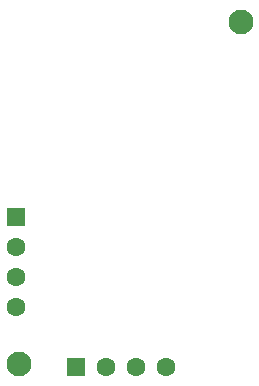
<source format=gbr>
%TF.GenerationSoftware,KiCad,Pcbnew,5.1.10*%
%TF.CreationDate,2021-09-22T17:39:45-07:00*%
%TF.ProjectId,Instrumentation-Amplifier,496e7374-7275-46d6-956e-746174696f6e,2.0*%
%TF.SameCoordinates,Original*%
%TF.FileFunction,Soldermask,Bot*%
%TF.FilePolarity,Negative*%
%FSLAX46Y46*%
G04 Gerber Fmt 4.6, Leading zero omitted, Abs format (unit mm)*
G04 Created by KiCad (PCBNEW 5.1.10) date 2021-09-22 17:39:45*
%MOMM*%
%LPD*%
G01*
G04 APERTURE LIST*
%ADD10C,2.100000*%
%ADD11R,1.605000X1.605000*%
%ADD12C,1.605000*%
G04 APERTURE END LIST*
D10*
%TO.C,REF\u002A\u002A*%
X106934000Y-131876800D03*
%TD*%
%TO.C,REF\u002A\u002A*%
X125730000Y-102870000D03*
%TD*%
D11*
%TO.C,J1*%
X106680000Y-119380000D03*
D12*
X106680000Y-121920000D03*
X106680000Y-124460000D03*
X106680000Y-127000000D03*
%TD*%
D11*
%TO.C,J2*%
X111760000Y-132080000D03*
D12*
X114300000Y-132080000D03*
X116840000Y-132080000D03*
X119380000Y-132080000D03*
%TD*%
M02*

</source>
